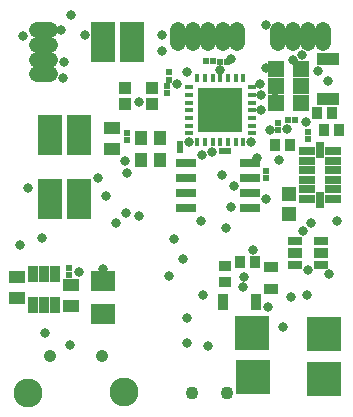
<source format=gts>
G75*
%MOIN*%
%OFA0B0*%
%FSLAX24Y24*%
%IPPOS*%
%LPD*%
%AMOC8*
5,1,8,0,0,1.08239X$1,22.5*
%
%ADD10R,0.0842X0.1376*%
%ADD11R,0.1167X0.1166*%
%ADD12R,0.0279X0.0143*%
%ADD13R,0.0143X0.0279*%
%ADD14R,0.0279X0.0143*%
%ADD15R,0.1464X0.1464*%
%ADD16R,0.0198X0.0198*%
%ADD17R,0.0552X0.0552*%
%ADD18R,0.0356X0.0434*%
%ADD19R,0.0789X0.0710*%
%ADD20R,0.0552X0.0395*%
%ADD21R,0.0434X0.0474*%
%ADD22R,0.0324X0.0560*%
%ADD23R,0.0749X0.0395*%
%ADD24R,0.0552X0.0277*%
%ADD25R,0.0277X0.0552*%
%ADD26R,0.0474X0.0513*%
%ADD27C,0.0434*%
%ADD28R,0.0690X0.0316*%
%ADD29C,0.0517*%
%ADD30R,0.0434X0.0395*%
%ADD31R,0.0210X0.0222*%
%ADD32R,0.0222X0.0210*%
%ADD33R,0.0434X0.0356*%
%ADD34C,0.0966*%
%ADD35C,0.0415*%
%ADD36R,0.0360X0.0580*%
%ADD37R,0.0480X0.0360*%
%ADD38R,0.0513X0.0316*%
%ADD39R,0.0513X0.0356*%
%ADD40C,0.0320*%
%ADD41C,0.0330*%
D10*
X002506Y007993D03*
X003479Y007990D03*
X003477Y010138D03*
X002497Y010135D03*
X004261Y013232D03*
X005236Y013230D03*
D11*
X009248Y003529D03*
X009258Y002049D03*
X011648Y001979D03*
X011648Y003499D03*
D12*
X007118Y010178D03*
X007118Y010434D03*
X007118Y010689D03*
X007118Y010945D03*
X007118Y011201D03*
X007118Y011457D03*
X007118Y011713D03*
D13*
X007414Y012009D03*
X007670Y012009D03*
X007926Y012009D03*
X008182Y012009D03*
X008438Y012009D03*
X008693Y012009D03*
X008949Y012009D03*
X008949Y009882D03*
X008693Y009882D03*
X008438Y009882D03*
X008182Y009882D03*
X007926Y009882D03*
X007670Y009882D03*
X007414Y009882D03*
D14*
X009245Y010178D03*
X009245Y010434D03*
X009245Y010689D03*
X009245Y010945D03*
X009245Y011201D03*
X009245Y011457D03*
X009245Y011713D03*
D15*
X008182Y010945D03*
D16*
X008171Y012542D03*
X007935Y012587D03*
X007699Y012587D03*
X008407Y012542D03*
X006474Y012209D03*
X006474Y011972D03*
X006411Y011766D03*
X006411Y011530D03*
X009712Y008920D03*
X009712Y008684D03*
X010418Y010609D03*
X010654Y010609D03*
X003129Y005680D03*
X003129Y005444D03*
D17*
X010048Y011181D03*
X010049Y011749D03*
X010047Y012318D03*
X010874Y012318D03*
X010876Y011749D03*
X010874Y011181D03*
D18*
X011386Y010859D03*
X011898Y010859D03*
X012137Y010291D03*
X011625Y010291D03*
X010497Y009776D03*
X009985Y009776D03*
X009337Y005888D03*
X008825Y005888D03*
D19*
X004265Y005251D03*
X004265Y004148D03*
D20*
X003194Y004411D03*
X003194Y005120D03*
X001390Y005386D03*
X001390Y004677D03*
X004567Y009647D03*
X004567Y010355D03*
D21*
X005543Y010029D03*
X006153Y010029D03*
X006153Y009301D03*
X005543Y009301D03*
D22*
X002673Y005494D03*
X002299Y005494D03*
X001925Y005494D03*
X001925Y004470D03*
X002299Y004470D03*
X002673Y004470D03*
D23*
X011754Y011314D03*
X011754Y012652D03*
D24*
X011936Y009577D03*
X011936Y009262D03*
X011936Y008947D03*
X011936Y008632D03*
X011936Y008317D03*
X011936Y008002D03*
X011070Y008002D03*
X011070Y008317D03*
X011070Y008632D03*
X011070Y008947D03*
X011070Y009262D03*
X011070Y009577D03*
D25*
X011503Y009616D03*
X011503Y007963D03*
D26*
X010451Y008149D03*
X010451Y007480D03*
D27*
X008409Y001527D03*
X007227Y001527D03*
D28*
X007033Y007683D03*
X007033Y008183D03*
X007033Y008683D03*
X007033Y009183D03*
X009159Y009183D03*
X009159Y008683D03*
X009159Y008183D03*
X009159Y007683D03*
D29*
X008745Y013183D02*
X008745Y013619D01*
X008253Y013619D02*
X008253Y013183D01*
X007761Y013183D02*
X007761Y013619D01*
X007269Y013619D02*
X007269Y013183D01*
X006777Y013183D02*
X006777Y013619D01*
X010111Y013619D02*
X010111Y013183D01*
X010603Y013183D02*
X010603Y013619D01*
X011095Y013619D02*
X011095Y013183D01*
X011587Y013183D02*
X011587Y013619D01*
X002501Y013622D02*
X002064Y013622D01*
X002064Y013130D02*
X002501Y013130D01*
X002501Y012638D02*
X002064Y012638D01*
X002064Y012146D02*
X002501Y012146D01*
D30*
X005006Y011696D03*
X005006Y011144D03*
X005912Y011144D03*
X005912Y011696D03*
D31*
X005074Y010179D03*
X005074Y009958D03*
X006841Y009840D03*
X006841Y009620D03*
X010095Y010296D03*
X010095Y010516D03*
X011099Y010223D03*
X011099Y010003D03*
D32*
X008443Y009605D03*
X008223Y009605D03*
D33*
X008321Y005744D03*
X008321Y005232D03*
D34*
X001752Y001538D03*
X004970Y001542D03*
D35*
X004237Y002768D03*
X002485Y002768D03*
D36*
X008281Y004558D03*
X009381Y004558D03*
D37*
X009871Y004993D03*
X009871Y005723D03*
D38*
X010658Y005794D03*
X010658Y006582D03*
X011524Y006582D03*
X011524Y005794D03*
D39*
X011524Y006188D03*
X010658Y006188D03*
D40*
X010931Y006928D03*
X011191Y007198D03*
X012081Y007258D03*
X011811Y005488D03*
X009281Y006288D03*
X008541Y007728D03*
X008649Y008426D03*
X008222Y008780D03*
X007909Y009551D03*
X007575Y009449D03*
X007141Y009888D03*
X005477Y011240D03*
X006729Y011823D03*
X007082Y012214D03*
X006237Y012935D03*
X006237Y013466D03*
X005166Y013296D03*
X004273Y013247D03*
X003655Y013441D03*
X002871Y013638D03*
X003205Y014126D03*
X002951Y012548D03*
X002941Y012008D03*
X001591Y013438D03*
X003457Y010102D03*
X004112Y008674D03*
X004371Y008097D03*
X005037Y007538D03*
X004701Y007191D03*
X005472Y007437D03*
X006644Y006654D03*
X006922Y005992D03*
X007550Y007255D03*
X009694Y007997D03*
X009405Y009355D03*
X009191Y009888D03*
X009819Y010280D03*
X010392Y010324D03*
X011034Y010567D03*
X009994Y011584D03*
X009521Y011458D03*
X009501Y011808D03*
X009687Y012353D03*
X010602Y012638D03*
X010889Y012805D03*
X011431Y012258D03*
X011751Y011928D03*
X009701Y013788D03*
X008545Y012656D03*
X008182Y012278D03*
X008241Y013413D03*
X009544Y010945D03*
X005071Y008858D03*
X005008Y009268D03*
X003680Y007900D03*
X002229Y006694D03*
X001488Y006447D03*
X001780Y008362D03*
X004254Y005659D03*
X003171Y003128D03*
D41*
X002331Y003538D03*
X003481Y005568D03*
X006451Y005438D03*
X007611Y004798D03*
X007051Y004008D03*
X007051Y003188D03*
X007761Y003088D03*
X008946Y005058D03*
X008981Y005398D03*
X009761Y004398D03*
X010251Y003728D03*
X010531Y004728D03*
X011051Y004798D03*
X011101Y005618D03*
X008371Y007038D03*
X010131Y009278D03*
M02*

</source>
